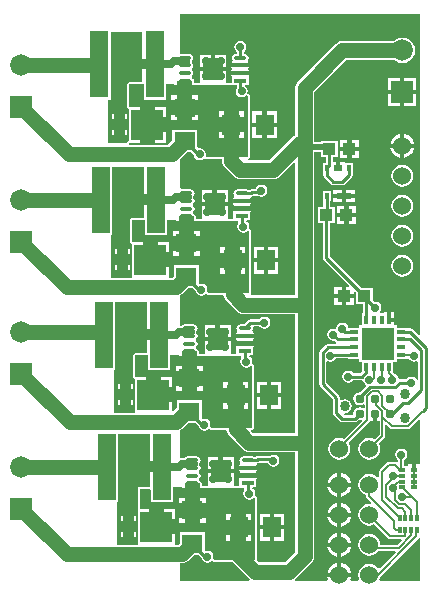
<source format=gtl>
G04 Layer_Physical_Order=1*
G04 Layer_Color=255*
%FSLAX25Y25*%
%MOIN*%
G70*
G01*
G75*
%ADD10C,0.03100*%
%ADD11R,0.04331X0.01378*%
%ADD12O,0.04331X0.01378*%
%ADD13R,0.06693X0.07480*%
%ADD14R,0.06300X0.07100*%
%ADD15R,0.04400X0.04000*%
%ADD16R,0.03000X0.05000*%
%ADD17R,0.10500X0.10000*%
%ADD18R,0.06299X0.22441*%
%ADD19R,0.07100X0.06300*%
%ADD20R,0.01575X0.01969*%
%ADD21R,0.01181X0.01969*%
%ADD22R,0.01969X0.01575*%
%ADD23R,0.01969X0.01181*%
%ADD24R,0.02953X0.01969*%
%ADD25R,0.05118X0.01969*%
%ADD26R,0.10630X0.10630*%
%ADD27R,0.01378X0.03150*%
%ADD28R,0.03150X0.01378*%
%ADD29C,0.00800*%
%ADD30C,0.01000*%
%ADD31C,0.00600*%
%ADD32C,0.02000*%
%ADD33C,0.05000*%
%ADD34C,0.01200*%
%ADD35C,0.02500*%
%ADD36C,0.03400*%
%ADD37C,0.07200*%
%ADD38R,0.07200X0.07200*%
%ADD39C,0.06000*%
%ADD40C,0.02800*%
G36*
X301000Y456000D02*
X301000Y348958D01*
X300538Y348767D01*
X298512Y350793D01*
X298148Y351036D01*
X297719Y351122D01*
X297719Y351121D01*
X296923D01*
Y351289D01*
X293189D01*
Y352378D01*
X292402D01*
Y353335D01*
X290713D01*
Y354035D01*
X290013D01*
Y356610D01*
X289024D01*
Y356210D01*
X287753D01*
X287544Y356710D01*
X287884Y357220D01*
X288039Y358000D01*
X287884Y358780D01*
X287442Y359442D01*
X286780Y359884D01*
X286000Y360039D01*
X285622Y359964D01*
X285146Y360440D01*
Y364600D01*
X281333D01*
X270775Y375157D01*
Y386400D01*
X272453D01*
Y391600D01*
X270972D01*
Y393691D01*
X271238D01*
Y396860D01*
X268463D01*
Y393691D01*
X268729D01*
Y391600D01*
X266853D01*
Y386400D01*
X268532D01*
Y374693D01*
X268532Y374693D01*
X268617Y374264D01*
X268861Y373900D01*
X277298Y365462D01*
X277107Y365000D01*
X276300D01*
Y362700D01*
X278800D01*
Y363118D01*
X279289Y363335D01*
X279546Y363130D01*
Y359400D01*
X281914D01*
Y356210D01*
X281747D01*
Y352378D01*
X280559D01*
Y351289D01*
X276982D01*
X276884Y351780D01*
X276442Y352442D01*
X275780Y352884D01*
X275000Y353039D01*
X274220Y352884D01*
X273558Y352442D01*
X273116Y351780D01*
X273022Y351307D01*
X272838Y350986D01*
X272479Y350944D01*
X272000Y351039D01*
X271220Y350884D01*
X270558Y350442D01*
X270116Y349780D01*
X269961Y349000D01*
X270116Y348220D01*
X270558Y347558D01*
X271220Y347116D01*
X272000Y346961D01*
X272378Y347036D01*
X272766Y346648D01*
X272766Y346648D01*
X272982Y346503D01*
X272831Y346003D01*
X270346D01*
X269917Y345918D01*
X269553Y345675D01*
X269553Y345675D01*
X267707Y343829D01*
X267464Y343465D01*
X267378Y343036D01*
X267378Y343036D01*
Y332470D01*
X267378Y332470D01*
X267464Y332040D01*
X267707Y331676D01*
X271848Y327535D01*
Y323030D01*
X271848Y323030D01*
X271933Y322601D01*
X272176Y322237D01*
X274207Y320207D01*
X274571Y319964D01*
X275000Y319878D01*
X275000Y319879D01*
X279170D01*
X279170Y319878D01*
X279599Y319964D01*
X279963Y320207D01*
X280314Y320558D01*
X280820Y320458D01*
X281490Y320591D01*
X281737Y320130D01*
X275770Y314164D01*
X274940Y314507D01*
X274000Y314631D01*
X273060Y314507D01*
X272184Y314145D01*
X271432Y313567D01*
X270855Y312815D01*
X270493Y311940D01*
X270369Y311000D01*
X270493Y310060D01*
X270855Y309185D01*
X271432Y308433D01*
X272184Y307855D01*
X273060Y307493D01*
X274000Y307369D01*
X274940Y307493D01*
X275816Y307855D01*
X276568Y308433D01*
X277145Y309185D01*
X277507Y310060D01*
X277631Y311000D01*
X277507Y311940D01*
X277145Y312815D01*
X277089Y312888D01*
X284018Y319817D01*
X284217Y320114D01*
X284391Y320208D01*
X284762Y320290D01*
X284824Y320248D01*
X285120Y320189D01*
Y322650D01*
X286520D01*
Y320189D01*
X286814Y320248D01*
X287011Y320379D01*
X287452Y320144D01*
Y315750D01*
X285833Y314131D01*
X285816Y314145D01*
X284940Y314507D01*
X284000Y314631D01*
X283060Y314507D01*
X282185Y314145D01*
X281433Y313567D01*
X280855Y312815D01*
X280493Y311940D01*
X280369Y311000D01*
X280493Y310060D01*
X280855Y309185D01*
X281433Y308433D01*
X282185Y307855D01*
X283060Y307493D01*
X284000Y307369D01*
X284940Y307493D01*
X285816Y307855D01*
X286567Y308433D01*
X287145Y309185D01*
X287507Y310060D01*
X287631Y311000D01*
X287507Y311940D01*
X287145Y312815D01*
X287131Y312833D01*
X289018Y314721D01*
X289217Y315018D01*
X289287Y315370D01*
Y318766D01*
X289749Y318958D01*
X290856Y317851D01*
X291154Y317652D01*
X291505Y317582D01*
X296917D01*
X297268Y317652D01*
X297566Y317851D01*
X300538Y320823D01*
X301000Y320632D01*
Y306281D01*
X300984Y305787D01*
X299700D01*
Y304000D01*
X298300D01*
Y305787D01*
X297016D01*
Y305705D01*
X296647Y305387D01*
X295713D01*
Y307276D01*
X296135Y307558D01*
X296577Y308220D01*
X296732Y309000D01*
X296577Y309780D01*
X296135Y310442D01*
X295474Y310884D01*
X294693Y311039D01*
X293913Y310884D01*
X293251Y310442D01*
X292809Y309780D01*
X292654Y309000D01*
X292809Y308220D01*
X293251Y307558D01*
X293617Y307314D01*
X293605Y306819D01*
X293174Y306589D01*
X293063Y306663D01*
X292673Y306741D01*
X290685D01*
X290295Y306663D01*
X289964Y306442D01*
X287479Y303958D01*
X287258Y303627D01*
X287180Y303237D01*
Y301590D01*
X286680Y301420D01*
X286567Y301568D01*
X285816Y302145D01*
X284940Y302507D01*
X284000Y302631D01*
X283060Y302507D01*
X282185Y302145D01*
X281433Y301568D01*
X280855Y300816D01*
X280493Y299940D01*
X280369Y299000D01*
X280493Y298060D01*
X280855Y297184D01*
X281433Y296432D01*
X282185Y295855D01*
X282980Y295526D01*
Y295192D01*
X283058Y294801D01*
X283279Y294471D01*
X284707Y293042D01*
X284474Y292569D01*
X284000Y292631D01*
X283060Y292507D01*
X282185Y292145D01*
X281433Y291567D01*
X280855Y290815D01*
X280493Y289940D01*
X280369Y289000D01*
X280493Y288060D01*
X280855Y287185D01*
X281433Y286433D01*
X282185Y285855D01*
X283060Y285493D01*
X284000Y285369D01*
X284940Y285493D01*
X285736Y285822D01*
X290263Y281295D01*
X290594Y281074D01*
X290984Y280996D01*
X294747D01*
X294938Y280534D01*
X293424Y279020D01*
X287629D01*
X287507Y279940D01*
X287145Y280816D01*
X286567Y281568D01*
X285816Y282145D01*
X284940Y282507D01*
X284000Y282631D01*
X283060Y282507D01*
X282185Y282145D01*
X281433Y281568D01*
X280855Y280816D01*
X280493Y279940D01*
X280369Y279000D01*
X280493Y278060D01*
X280855Y277185D01*
X281433Y276432D01*
X282185Y275855D01*
X283060Y275493D01*
X284000Y275369D01*
X284940Y275493D01*
X285816Y275855D01*
X286567Y276432D01*
X286988Y276980D01*
X292711D01*
X292902Y276519D01*
X287525Y271141D01*
X286861Y271184D01*
X286567Y271568D01*
X285816Y272145D01*
X284940Y272507D01*
X284000Y272631D01*
X283060Y272507D01*
X282185Y272145D01*
X281433Y271568D01*
X280855Y270815D01*
X280493Y269940D01*
X280369Y269000D01*
X280493Y268060D01*
X280725Y267500D01*
X280391Y267000D01*
X277951D01*
X277673Y267416D01*
X277897Y267956D01*
X277942Y268300D01*
X274000D01*
X270058D01*
X270103Y267956D01*
X270327Y267416D01*
X270049Y267000D01*
X259368Y267000D01*
X259198Y267500D01*
X259575Y267789D01*
X264711Y272925D01*
X264711Y272925D01*
X265208Y273573D01*
X265520Y274327D01*
X265627Y275136D01*
X265627Y275136D01*
Y313000D01*
Y359000D01*
Y409869D01*
X267853D01*
Y408400D01*
X269532D01*
Y406309D01*
X268463D01*
Y403140D01*
X268729D01*
Y402150D01*
X268729Y402150D01*
X268814Y401720D01*
X269057Y401357D01*
X271207Y399207D01*
X271207Y399207D01*
X271571Y398964D01*
X272000Y398878D01*
X272000Y398879D01*
X275000D01*
X275000Y398878D01*
X275429Y398964D01*
X275793Y399207D01*
X278124Y401538D01*
X278124Y401538D01*
X278367Y401901D01*
X278452Y402331D01*
X278452Y402331D01*
Y403140D01*
X278718D01*
Y406309D01*
X276067D01*
Y406709D01*
X274291D01*
Y404724D01*
X272891D01*
Y406709D01*
X271775D01*
Y408400D01*
X273453D01*
Y413600D01*
X267853D01*
Y413131D01*
X265627D01*
Y430005D01*
X276295Y440673D01*
X292176D01*
X292882Y440131D01*
X293904Y439708D01*
X295000Y439564D01*
X296096Y439708D01*
X297118Y440131D01*
X297995Y440804D01*
X298669Y441682D01*
X299092Y442704D01*
X299236Y443800D01*
X299092Y444896D01*
X298669Y445918D01*
X297995Y446796D01*
X297118Y447469D01*
X296096Y447892D01*
X295000Y448036D01*
X293904Y447892D01*
X292882Y447469D01*
X292176Y446927D01*
X275000D01*
X275000Y446927D01*
X274595Y446874D01*
X274191Y446820D01*
X273437Y446508D01*
X272789Y446011D01*
X260289Y433511D01*
X259792Y432863D01*
X259480Y432109D01*
X259373Y431300D01*
X259373Y431300D01*
Y415659D01*
X258789Y415211D01*
X258789Y415211D01*
X250705Y407127D01*
X243824D01*
X243724Y407627D01*
X243971Y407729D01*
X244161Y408188D01*
Y428682D01*
X244100Y428829D01*
X244085Y428988D01*
X244009Y429050D01*
X243971Y429141D01*
X243826Y429201D01*
X243823Y429202D01*
X243700Y429303D01*
X243466Y429374D01*
X243396Y429408D01*
X243551Y430188D01*
X243396Y430969D01*
X242954Y431630D01*
X242533Y431911D01*
X242685Y432411D01*
X243777D01*
Y434989D01*
X243777Y434989D01*
X243777D01*
X243959Y435421D01*
X244052Y435559D01*
X241012D01*
X237972D01*
X238060Y435427D01*
X238246Y434989D01*
X238246Y434989D01*
X238246Y434989D01*
Y432838D01*
X236779D01*
X236303Y432897D01*
X236303Y433338D01*
Y436937D01*
X231957D01*
Y437637D01*
D01*
Y436937D01*
X227610D01*
Y433338D01*
X227610Y432897D01*
X227135Y432838D01*
X225657D01*
Y433700D01*
X225467Y434159D01*
X225136Y434296D01*
X224914Y434629D01*
X224839Y434679D01*
Y435280D01*
X224914Y435330D01*
X225198Y435756D01*
X225299Y436259D01*
X225198Y436762D01*
X224914Y437188D01*
X224839Y437238D01*
Y437839D01*
X224914Y437889D01*
X225198Y438315D01*
X225299Y438818D01*
X225198Y439321D01*
X224914Y439747D01*
X224822Y439808D01*
X224898Y440188D01*
X224854Y440408D01*
X224914Y440448D01*
X225198Y440874D01*
X225299Y441377D01*
X225198Y441880D01*
X224914Y442307D01*
X224487Y442591D01*
X223984Y442691D01*
X221031D01*
X221000Y442717D01*
Y456000D01*
X301000Y456000D01*
D02*
G37*
G36*
X225008Y432188D02*
X239890D01*
Y431361D01*
X239628Y430969D01*
X239473Y430188D01*
X239628Y429408D01*
X240070Y428746D01*
X240731Y428304D01*
X241512Y428149D01*
X242292Y428304D01*
X242954Y428746D01*
X243012Y428833D01*
X243512Y428682D01*
Y408188D01*
X229805D01*
X229451Y408688D01*
X229551Y409188D01*
X229396Y409969D01*
X228954Y410630D01*
X228292Y411072D01*
X227512Y411227D01*
X227162Y411158D01*
X226662Y411568D01*
Y417338D01*
X218362D01*
Y413860D01*
X216817Y412315D01*
X204000D01*
Y413000D01*
X207500D01*
Y419000D01*
Y425000D01*
X204000D01*
Y432477D01*
X208762D01*
Y427380D01*
X216261D01*
Y432477D01*
X218735D01*
X219512Y432188D01*
X220008D01*
Y433700D01*
X225008D01*
Y432188D01*
D02*
G37*
G36*
X208362Y450000D02*
Y440950D01*
X212512D01*
Y437450D01*
X208362D01*
Y433126D01*
X204000D01*
X203541Y432936D01*
X203351Y432477D01*
Y425000D01*
X203541Y424541D01*
X204000Y424351D01*
Y413649D01*
X203541Y413459D01*
X203351Y413000D01*
X197000D01*
Y427380D01*
X197757D01*
Y450000D01*
X208362Y450000D01*
D02*
G37*
G36*
X225509Y409005D02*
X225628Y408408D01*
X226070Y407746D01*
X226731Y407304D01*
X227512Y407149D01*
X228292Y407304D01*
X228861Y407685D01*
X229345Y407729D01*
X229528Y407654D01*
X229694Y407548D01*
X229751Y407561D01*
X229805Y407539D01*
X234873D01*
Y407000D01*
X234873Y407000D01*
X234980Y406191D01*
X235292Y405437D01*
X235789Y404789D01*
X238789Y401789D01*
X239437Y401292D01*
X240191Y400980D01*
X241000Y400873D01*
X252000D01*
X252000Y400873D01*
X252809Y400980D01*
X253563Y401292D01*
X254211Y401789D01*
X258911Y406489D01*
X259373Y406298D01*
Y362127D01*
X244699D01*
X244495Y362627D01*
X244649Y363000D01*
Y366803D01*
X244624Y366864D01*
X244637Y366930D01*
X244623Y367000D01*
X244637Y367070D01*
X244624Y367136D01*
X244649Y367197D01*
Y380803D01*
X244624Y380865D01*
X244637Y380930D01*
X244623Y381000D01*
X244637Y381070D01*
X244624Y381136D01*
X244649Y381197D01*
Y383493D01*
X244588Y383641D01*
X244573Y383799D01*
X244497Y383862D01*
X244459Y383952D01*
X244314Y384013D01*
X244311Y384014D01*
X244188Y384115D01*
X243954Y384186D01*
X243884Y384220D01*
X244039Y385000D01*
X243884Y385780D01*
X243442Y386442D01*
X243021Y386723D01*
X243173Y387223D01*
X244265D01*
Y389801D01*
X244265Y389801D01*
X244265D01*
X244448Y390233D01*
X244540Y390371D01*
X241500D01*
X238460D01*
X238549Y390238D01*
X238735Y389801D01*
X238735Y389801D01*
X238735Y389801D01*
Y387649D01*
X237267D01*
X236791Y387709D01*
X236791Y388149D01*
Y391749D01*
X232445D01*
X228098D01*
Y388149D01*
X228098Y387709D01*
X227623Y387649D01*
X226146D01*
Y388512D01*
X225955Y388971D01*
X225624Y389108D01*
X225402Y389441D01*
X225328Y389491D01*
Y390092D01*
X225402Y390142D01*
X225687Y390568D01*
X225787Y391071D01*
X225687Y391574D01*
X225402Y392000D01*
X225328Y392050D01*
Y392651D01*
X225402Y392701D01*
X225687Y393127D01*
X225787Y393630D01*
X225687Y394133D01*
X225402Y394559D01*
X225311Y394620D01*
X225386Y395000D01*
X225342Y395220D01*
X225402Y395260D01*
X225687Y395686D01*
X225787Y396189D01*
X225687Y396692D01*
X225402Y397118D01*
X224975Y397403D01*
X224472Y397503D01*
X221520D01*
X221500Y397499D01*
X221000Y397910D01*
Y407654D01*
X223184Y409838D01*
X224676D01*
X225509Y409005D01*
D02*
G37*
G36*
X225496Y387000D02*
X240378D01*
Y386173D01*
X240116Y385780D01*
X239961Y385000D01*
X240116Y384220D01*
X240558Y383558D01*
X241220Y383116D01*
X242000Y382961D01*
X242780Y383116D01*
X243442Y383558D01*
X243500Y383645D01*
X244000Y383493D01*
Y381197D01*
X243961Y381000D01*
X244000Y380803D01*
Y367197D01*
X243961Y367000D01*
X244000Y366803D01*
Y363000D01*
X230293D01*
X229940Y363500D01*
X230039Y364000D01*
X229884Y364780D01*
X229442Y365442D01*
X228780Y365884D01*
X228000Y366039D01*
X227650Y365970D01*
X227150Y366380D01*
Y372150D01*
X218850D01*
Y368672D01*
X218217Y368039D01*
X217250D01*
Y371500D01*
X211000D01*
Y374000D01*
X208500D01*
Y380000D01*
X205000D01*
Y387288D01*
X209250D01*
Y382191D01*
X216750D01*
Y387288D01*
X219223D01*
X220000Y387000D01*
X220496D01*
Y388512D01*
X225496D01*
Y387000D01*
D02*
G37*
G36*
X208850Y405000D02*
Y395762D01*
X213000D01*
Y392262D01*
X208850D01*
Y387938D01*
X205000D01*
X204541Y387748D01*
X204351Y387288D01*
Y380000D01*
X204541Y379541D01*
X205000Y379351D01*
Y368039D01*
X198000D01*
Y382191D01*
X198246D01*
Y405000D01*
X208850Y405000D01*
D02*
G37*
G36*
X225997Y363817D02*
X226116Y363220D01*
X226558Y362558D01*
X227220Y362116D01*
X228000Y361961D01*
X228780Y362116D01*
X229349Y362496D01*
X229834Y362541D01*
X230016Y362465D01*
X230183Y362360D01*
X230239Y362373D01*
X230293Y362351D01*
X235383D01*
X235468Y361703D01*
X235780Y360948D01*
X236277Y360301D01*
X239789Y356789D01*
X240437Y356292D01*
X241191Y355980D01*
X242000Y355873D01*
X242000Y355873D01*
X259373D01*
Y316127D01*
X245295D01*
X244533Y316889D01*
X244725Y317351D01*
X245000D01*
X245459Y317541D01*
X245649Y318000D01*
Y321803D01*
X245624Y321865D01*
X245637Y321930D01*
X245623Y322000D01*
X245637Y322070D01*
X245624Y322135D01*
X245649Y322197D01*
Y334803D01*
X245624Y334864D01*
X245637Y334930D01*
X245623Y335000D01*
X245637Y335070D01*
X245624Y335136D01*
X245649Y335197D01*
Y338493D01*
X245588Y338641D01*
X245573Y338799D01*
X245497Y338862D01*
X245459Y338952D01*
X245314Y339013D01*
X245311Y339014D01*
X245188Y339115D01*
X244954Y339186D01*
X244884Y339220D01*
X245039Y340000D01*
X244884Y340780D01*
X244442Y341442D01*
X244022Y341723D01*
X244173Y342223D01*
X245265D01*
Y344801D01*
X245265Y344801D01*
X245265D01*
X245448Y345233D01*
X245540Y345371D01*
X242500D01*
X239460D01*
X239549Y345238D01*
X239735Y344801D01*
X239735Y344801D01*
X239735Y344801D01*
Y342649D01*
X238267D01*
X237791Y342709D01*
X237791Y343149D01*
Y346749D01*
X233445D01*
X229098D01*
Y343149D01*
X229098Y342709D01*
X228623Y342649D01*
X227146D01*
Y343512D01*
X226955Y343971D01*
X226624Y344108D01*
X226402Y344441D01*
X226328Y344491D01*
Y345092D01*
X226402Y345142D01*
X226687Y345568D01*
X226787Y346071D01*
X226687Y346574D01*
X226402Y347000D01*
X226328Y347050D01*
Y347651D01*
X226402Y347701D01*
X226687Y348127D01*
X226787Y348630D01*
X226687Y349133D01*
X226402Y349559D01*
X226311Y349620D01*
X226386Y350000D01*
X226343Y350220D01*
X226402Y350260D01*
X226687Y350686D01*
X226787Y351189D01*
X226687Y351692D01*
X226402Y352118D01*
X225975Y352403D01*
X225472Y352503D01*
X222520D01*
X222017Y352403D01*
X221590Y352118D01*
X221500Y351983D01*
X221000Y352065D01*
Y362173D01*
X221075Y362204D01*
X221723Y362701D01*
X223672Y364650D01*
X225164D01*
X225997Y363817D01*
D02*
G37*
G36*
X226496Y342000D02*
X241378D01*
Y341173D01*
X241116Y340780D01*
X240961Y340000D01*
X241116Y339220D01*
X241558Y338558D01*
X242220Y338116D01*
X243000Y337961D01*
X243780Y338116D01*
X244442Y338558D01*
X244500Y338645D01*
X245000Y338493D01*
Y335197D01*
X244961Y335000D01*
X245000Y334803D01*
Y322197D01*
X244961Y322000D01*
X245000Y321803D01*
Y318000D01*
X231293D01*
X230940Y318500D01*
X231039Y319000D01*
X230884Y319780D01*
X230442Y320442D01*
X229780Y320884D01*
X229000Y321039D01*
X228650Y320970D01*
X228150Y321380D01*
Y327150D01*
X219850D01*
Y324695D01*
X218712Y323557D01*
X218250Y323748D01*
Y326500D01*
X212000D01*
Y329000D01*
X209500D01*
Y335000D01*
X206000D01*
Y342288D01*
X210250D01*
Y337191D01*
X217750D01*
Y342288D01*
X220223D01*
X221000Y342000D01*
X221496D01*
Y343512D01*
X226496D01*
Y342000D01*
D02*
G37*
G36*
X276825Y341034D02*
X280559D01*
Y339748D01*
X281747D01*
Y336868D01*
X281000Y336122D01*
X278656D01*
X278442Y336442D01*
X277780Y336884D01*
X277000Y337039D01*
X276220Y336884D01*
X275558Y336442D01*
X275116Y335780D01*
X274961Y335000D01*
X275116Y334220D01*
X275558Y333558D01*
X276220Y333116D01*
X277000Y332961D01*
X277780Y333116D01*
X278442Y333558D01*
X278656Y333878D01*
X281464D01*
X281465Y333878D01*
X281475Y333880D01*
X282057Y333517D01*
X282116Y333220D01*
X282558Y332558D01*
X282817Y332385D01*
X282880Y331741D01*
X280954Y329815D01*
X280820Y329842D01*
X279981Y329675D01*
X279269Y329200D01*
X278794Y328489D01*
X278627Y327650D01*
X278794Y326811D01*
X279269Y326100D01*
X279981Y325625D01*
X280820Y325458D01*
X281658Y325625D01*
X281952Y325821D01*
X282452Y325554D01*
Y324746D01*
X281952Y324479D01*
X281658Y324675D01*
X280820Y324842D01*
X279981Y324675D01*
X279269Y324200D01*
X278794Y323489D01*
X278627Y322650D01*
X278633Y322622D01*
X278223Y322122D01*
X275658D01*
X275525Y322303D01*
X275814Y322755D01*
X275819Y322754D01*
X276736Y322936D01*
X277514Y323456D01*
X278033Y324233D01*
X278216Y325150D01*
X278033Y326067D01*
X277514Y326844D01*
X276736Y327364D01*
X275819Y327546D01*
X274903Y327364D01*
X274591Y327155D01*
X274091Y327423D01*
Y328000D01*
X274091Y328000D01*
X274006Y328429D01*
X273763Y328793D01*
X273762Y328793D01*
X269621Y332934D01*
Y339985D01*
X270062Y340221D01*
X270220Y340116D01*
X271000Y339961D01*
X271780Y340116D01*
X272442Y340558D01*
X272872Y341201D01*
X276825D01*
Y341034D01*
D02*
G37*
G36*
X296923D02*
X297306Y340753D01*
X297437Y340558D01*
X298098Y340116D01*
X298879Y339961D01*
X299659Y340116D01*
X299816Y340221D01*
X300257Y339985D01*
Y334122D01*
X299757Y333970D01*
X299442Y334442D01*
X298780Y334884D01*
X298605Y334919D01*
X298429Y335036D01*
X298000Y335121D01*
X297571Y335036D01*
X297395Y334919D01*
X297220Y334884D01*
X296558Y334442D01*
X296344Y334121D01*
X294205D01*
X294205Y334122D01*
X294195Y334120D01*
X293613Y334483D01*
X293553Y334780D01*
X293111Y335442D01*
X292545Y335821D01*
X292390Y336052D01*
X292002Y336440D01*
Y339748D01*
X293189D01*
Y341034D01*
X296923D01*
D02*
G37*
G36*
X209850Y360000D02*
Y350762D01*
X214000D01*
Y347262D01*
X209850D01*
Y342938D01*
X206000D01*
X205541Y342747D01*
X205351Y342288D01*
Y335000D01*
X205541Y334541D01*
X206000Y334351D01*
Y323039D01*
X199000D01*
Y337191D01*
X199246D01*
Y360000D01*
X209850Y360000D01*
D02*
G37*
G36*
X226997Y318817D02*
X227116Y318220D01*
X227558Y317558D01*
X228220Y317116D01*
X229000Y316961D01*
X229780Y317116D01*
X230349Y317496D01*
X230834Y317541D01*
X231016Y317465D01*
X231183Y317360D01*
X231239Y317373D01*
X231293Y317351D01*
X236383D01*
X236468Y316703D01*
X236780Y315948D01*
X237277Y315301D01*
X241789Y310789D01*
X241789Y310789D01*
X242437Y310292D01*
X243191Y309980D01*
X244000Y309873D01*
X259373D01*
Y276431D01*
X256069Y273127D01*
X247295D01*
X246583Y273839D01*
X246649Y274000D01*
Y277803D01*
X246624Y277865D01*
X246637Y277930D01*
X246623Y278000D01*
X246637Y278070D01*
X246624Y278135D01*
X246649Y278197D01*
Y291803D01*
X246624Y291864D01*
X246637Y291930D01*
X246623Y292000D01*
X246637Y292070D01*
X246624Y292136D01*
X246649Y292197D01*
Y294493D01*
X246588Y294641D01*
X246573Y294799D01*
X246497Y294862D01*
X246459Y294953D01*
X246314Y295013D01*
X246311Y295014D01*
X246188Y295115D01*
X245954Y295186D01*
X245884Y295220D01*
X246039Y296000D01*
X245884Y296780D01*
X245442Y297442D01*
X245022Y297723D01*
X245173Y298223D01*
X246265D01*
Y300801D01*
X246265Y300801D01*
X246265D01*
X246448Y301233D01*
X246540Y301371D01*
X243500D01*
X240460D01*
X240549Y301238D01*
X240735Y300801D01*
X240735Y300801D01*
X240735Y300801D01*
Y298649D01*
X239267D01*
X238791Y298709D01*
X238791Y299149D01*
Y302749D01*
X234445D01*
X230098D01*
Y299149D01*
X230098Y298709D01*
X229623Y298649D01*
X228146D01*
Y299512D01*
X227955Y299971D01*
X227624Y300108D01*
X227402Y300441D01*
X227328Y300491D01*
Y301092D01*
X227402Y301142D01*
X227687Y301568D01*
X227787Y302071D01*
X227687Y302574D01*
X227402Y303000D01*
X227328Y303050D01*
Y303651D01*
X227402Y303701D01*
X227687Y304127D01*
X227787Y304630D01*
X227687Y305133D01*
X227402Y305559D01*
X227311Y305620D01*
X227386Y306000D01*
X227343Y306220D01*
X227402Y306260D01*
X227687Y306686D01*
X227787Y307189D01*
X227687Y307692D01*
X227402Y308118D01*
X226975Y308403D01*
X226472Y308503D01*
X223520D01*
X223017Y308403D01*
X222590Y308118D01*
X222435Y307886D01*
X221500D01*
X221387Y307864D01*
X221000Y308181D01*
Y317182D01*
X221052Y317204D01*
X221700Y317701D01*
X223649Y319650D01*
X226164D01*
X226997Y318817D01*
D02*
G37*
G36*
X210850Y316000D02*
Y306762D01*
X215000D01*
Y303262D01*
X210850D01*
Y298288D01*
X207000D01*
Y279039D01*
X200000D01*
Y293191D01*
X200246D01*
Y316000D01*
X210850Y316000D01*
D02*
G37*
G36*
X227496Y298000D02*
X242378D01*
Y297173D01*
X242116Y296780D01*
X241961Y296000D01*
X242116Y295220D01*
X242558Y294558D01*
X243220Y294116D01*
X244000Y293961D01*
X244780Y294116D01*
X245442Y294558D01*
X245500Y294645D01*
X246000Y294493D01*
Y292197D01*
X245961Y292000D01*
X246000Y291803D01*
Y278197D01*
X245961Y278000D01*
X246000Y277803D01*
Y274000D01*
X232293D01*
X231940Y274500D01*
X232039Y275000D01*
X231884Y275780D01*
X231442Y276442D01*
X230780Y276884D01*
X230000Y277039D01*
X229650Y276970D01*
X229150Y277380D01*
Y283150D01*
X220850D01*
Y279672D01*
X220217Y279039D01*
X219250D01*
Y282500D01*
X213000D01*
Y285000D01*
X210500D01*
Y291000D01*
X207649D01*
Y297639D01*
X210850D01*
X211250Y297372D01*
Y293191D01*
X218750D01*
Y298288D01*
X221223D01*
X222000Y298000D01*
X222496D01*
Y299512D01*
X227496D01*
Y298000D01*
D02*
G37*
G36*
X227997Y274817D02*
X228116Y274220D01*
X228558Y273558D01*
X229220Y273116D01*
X230000Y272961D01*
X230780Y273116D01*
X231349Y273496D01*
X231834Y273541D01*
X232016Y273465D01*
X232183Y273360D01*
X232239Y273373D01*
X232293Y273351D01*
X238228D01*
X243789Y267789D01*
X244166Y267500D01*
X243996Y267000D01*
X221000D01*
Y272785D01*
X221512D01*
X221512Y272785D01*
X221916Y272838D01*
X222321Y272892D01*
X223075Y273204D01*
X223723Y273701D01*
X225672Y275650D01*
X227164D01*
X227997Y274817D01*
D02*
G37*
G36*
X300988Y281232D02*
X301000Y281227D01*
Y267000D01*
X300344D01*
X300000Y267034D01*
X299656Y267000D01*
X287609D01*
X287275Y267500D01*
X287507Y268060D01*
X287534Y268267D01*
X300343Y281075D01*
X300500Y281310D01*
X300988Y281232D01*
D02*
G37*
%LPC*%
G36*
X241000Y446918D02*
X240220Y446762D01*
X239558Y446320D01*
X239116Y445659D01*
X238961Y444878D01*
X239116Y444098D01*
X239558Y443436D01*
X239890Y443215D01*
Y442691D01*
X239535D01*
X239033Y442591D01*
X238606Y442307D01*
X238321Y441880D01*
X238221Y441377D01*
X238321Y440874D01*
X238430Y440712D01*
X238355Y440060D01*
X238318Y440036D01*
X237972Y439518D01*
X241012D01*
X244052D01*
X243706Y440036D01*
X243669Y440060D01*
X243594Y440712D01*
X243702Y440874D01*
X243802Y441377D01*
X243702Y441880D01*
X243418Y442307D01*
X242991Y442591D01*
X242488Y442691D01*
X242133D01*
Y443230D01*
X242442Y443436D01*
X242884Y444098D01*
X243039Y444878D01*
X242884Y445659D01*
X242442Y446320D01*
X241780Y446762D01*
X241000Y446918D01*
D02*
G37*
G36*
X236303Y442377D02*
X232657D01*
Y438337D01*
X236303D01*
Y442377D01*
D02*
G37*
G36*
X231257D02*
X227610D01*
Y438337D01*
X231257D01*
Y442377D01*
D02*
G37*
G36*
X244052Y438118D02*
X241012D01*
X237972D01*
X238318Y437601D01*
Y437477D01*
X237972Y436959D01*
X241012D01*
X244052D01*
X243706Y437477D01*
Y437601D01*
X244052Y438118D01*
D02*
G37*
G36*
X299600Y434600D02*
X295700D01*
Y430700D01*
X299600D01*
Y434600D01*
D02*
G37*
G36*
X294300D02*
X290400D01*
Y430700D01*
X294300D01*
Y434600D01*
D02*
G37*
G36*
X299600Y429300D02*
X295700D01*
Y425400D01*
X299600D01*
Y429300D01*
D02*
G37*
G36*
X294300D02*
X290400D01*
Y425400D01*
X294300D01*
Y429300D01*
D02*
G37*
G36*
X253262Y423550D02*
X249812D01*
Y419700D01*
X253262D01*
Y423550D01*
D02*
G37*
G36*
X248412D02*
X244962D01*
Y419700D01*
X248412D01*
Y423550D01*
D02*
G37*
G36*
X253262Y418300D02*
X249812D01*
Y414450D01*
X253262D01*
Y418300D01*
D02*
G37*
G36*
X248412D02*
X244962D01*
Y414450D01*
X248412D01*
Y418300D01*
D02*
G37*
G36*
X295700Y415942D02*
Y412700D01*
X298942D01*
X298897Y413044D01*
X298494Y414017D01*
X297853Y414853D01*
X297017Y415494D01*
X296044Y415897D01*
X295700Y415942D01*
D02*
G37*
G36*
X294300D02*
X293956Y415897D01*
X292983Y415494D01*
X292147Y414853D01*
X291506Y414017D01*
X291103Y413044D01*
X291058Y412700D01*
X294300D01*
Y415942D01*
D02*
G37*
G36*
X280600Y414000D02*
X278100D01*
Y411700D01*
X280600D01*
Y414000D01*
D02*
G37*
G36*
X276700D02*
X274200D01*
Y411700D01*
X276700D01*
Y414000D01*
D02*
G37*
G36*
X298942Y411300D02*
X295700D01*
Y408058D01*
X296044Y408103D01*
X297017Y408506D01*
X297853Y409147D01*
X298494Y409983D01*
X298897Y410956D01*
X298942Y411300D01*
D02*
G37*
G36*
X294300D02*
X291058D01*
X291103Y410956D01*
X291506Y409983D01*
X292147Y409147D01*
X292983Y408506D01*
X293956Y408103D01*
X294300Y408058D01*
Y411300D01*
D02*
G37*
G36*
X280600Y410300D02*
X278100D01*
Y408000D01*
X280600D01*
Y410300D01*
D02*
G37*
G36*
X276700D02*
X274200D01*
Y408000D01*
X276700D01*
Y410300D01*
D02*
G37*
G36*
X295000Y405631D02*
X294060Y405507D01*
X293184Y405145D01*
X292432Y404567D01*
X291855Y403816D01*
X291493Y402940D01*
X291369Y402000D01*
X291493Y401060D01*
X291855Y400184D01*
X292432Y399432D01*
X293184Y398855D01*
X294060Y398493D01*
X295000Y398369D01*
X295940Y398493D01*
X296815Y398855D01*
X297568Y399432D01*
X298145Y400184D01*
X298507Y401060D01*
X298631Y402000D01*
X298507Y402940D01*
X298145Y403816D01*
X297568Y404567D01*
X296815Y405145D01*
X295940Y405507D01*
X295000Y405631D01*
D02*
G37*
G36*
X279118Y397260D02*
X276259D01*
Y395976D01*
X279118D01*
Y397260D01*
D02*
G37*
G36*
X274859D02*
X272000D01*
Y395976D01*
X274859D01*
Y397260D01*
D02*
G37*
G36*
X279118Y394576D02*
X276259D01*
Y393291D01*
X279118D01*
Y394576D01*
D02*
G37*
G36*
X274859D02*
X272000D01*
Y393291D01*
X274859D01*
Y394576D01*
D02*
G37*
G36*
X279600Y392000D02*
X277100D01*
Y389700D01*
X279600D01*
Y392000D01*
D02*
G37*
G36*
X275700D02*
X273200D01*
Y389700D01*
X275700D01*
Y392000D01*
D02*
G37*
G36*
X295000Y395631D02*
X294060Y395507D01*
X293184Y395145D01*
X292432Y394567D01*
X291855Y393815D01*
X291493Y392940D01*
X291369Y392000D01*
X291493Y391060D01*
X291855Y390184D01*
X292432Y389433D01*
X293184Y388855D01*
X294060Y388493D01*
X295000Y388369D01*
X295940Y388493D01*
X296815Y388855D01*
X297568Y389433D01*
X298145Y390184D01*
X298507Y391060D01*
X298631Y392000D01*
X298507Y392940D01*
X298145Y393815D01*
X297568Y394567D01*
X296815Y395145D01*
X295940Y395507D01*
X295000Y395631D01*
D02*
G37*
G36*
X279600Y388300D02*
X277100D01*
Y386000D01*
X279600D01*
Y388300D01*
D02*
G37*
G36*
X275700D02*
X273200D01*
Y386000D01*
X275700D01*
Y388300D01*
D02*
G37*
G36*
X295000Y385631D02*
X294060Y385507D01*
X293184Y385145D01*
X292432Y384567D01*
X291855Y383816D01*
X291493Y382940D01*
X291369Y382000D01*
X291493Y381060D01*
X291855Y380185D01*
X292432Y379433D01*
X293184Y378855D01*
X294060Y378493D01*
X295000Y378369D01*
X295940Y378493D01*
X296815Y378855D01*
X297568Y379433D01*
X298145Y380185D01*
X298507Y381060D01*
X298631Y382000D01*
X298507Y382940D01*
X298145Y383816D01*
X297568Y384567D01*
X296815Y385145D01*
X295940Y385507D01*
X295000Y385631D01*
D02*
G37*
G36*
Y375631D02*
X294060Y375507D01*
X293184Y375145D01*
X292432Y374568D01*
X291855Y373815D01*
X291493Y372940D01*
X291369Y372000D01*
X291493Y371060D01*
X291855Y370184D01*
X292432Y369432D01*
X293184Y368855D01*
X294060Y368493D01*
X295000Y368369D01*
X295940Y368493D01*
X296815Y368855D01*
X297568Y369432D01*
X298145Y370184D01*
X298507Y371060D01*
X298631Y372000D01*
X298507Y372940D01*
X298145Y373815D01*
X297568Y374568D01*
X296815Y375145D01*
X295940Y375507D01*
X295000Y375631D01*
D02*
G37*
G36*
X274900Y365000D02*
X272400D01*
Y362700D01*
X274900D01*
Y365000D01*
D02*
G37*
G36*
X278800Y361300D02*
X276300D01*
Y359000D01*
X278800D01*
Y361300D01*
D02*
G37*
G36*
X274900D02*
X272400D01*
Y359000D01*
X274900D01*
Y361300D01*
D02*
G37*
G36*
X292402Y356610D02*
X291413D01*
Y354735D01*
X292402D01*
Y356610D01*
D02*
G37*
G36*
X274700Y302942D02*
Y299700D01*
X277942D01*
X277897Y300044D01*
X277494Y301017D01*
X276853Y301853D01*
X276017Y302494D01*
X275044Y302897D01*
X274700Y302942D01*
D02*
G37*
G36*
X273300D02*
X272956Y302897D01*
X271983Y302494D01*
X271147Y301853D01*
X270506Y301017D01*
X270103Y300044D01*
X270058Y299700D01*
X273300D01*
Y302942D01*
D02*
G37*
G36*
X277942Y298300D02*
X274700D01*
Y295058D01*
X275044Y295103D01*
X276017Y295506D01*
X276853Y296147D01*
X277494Y296983D01*
X277897Y297956D01*
X277942Y298300D01*
D02*
G37*
G36*
X273300D02*
X270058D01*
X270103Y297956D01*
X270506Y296983D01*
X271147Y296147D01*
X271983Y295506D01*
X272956Y295103D01*
X273300Y295058D01*
Y298300D01*
D02*
G37*
G36*
X274700Y292942D02*
Y289700D01*
X277942D01*
X277897Y290044D01*
X277494Y291017D01*
X276853Y291853D01*
X276017Y292494D01*
X275044Y292897D01*
X274700Y292942D01*
D02*
G37*
G36*
X273300D02*
X272956Y292897D01*
X271983Y292494D01*
X271147Y291853D01*
X270506Y291017D01*
X270103Y290044D01*
X270058Y289700D01*
X273300D01*
Y292942D01*
D02*
G37*
G36*
X277942Y288300D02*
X274700D01*
Y285058D01*
X275044Y285103D01*
X276017Y285506D01*
X276853Y286147D01*
X277494Y286983D01*
X277897Y287956D01*
X277942Y288300D01*
D02*
G37*
G36*
X273300D02*
X270058D01*
X270103Y287956D01*
X270506Y286983D01*
X271147Y286147D01*
X271983Y285506D01*
X272956Y285103D01*
X273300Y285058D01*
Y288300D01*
D02*
G37*
G36*
X274700Y282942D02*
Y279700D01*
X277942D01*
X277897Y280044D01*
X277494Y281017D01*
X276853Y281853D01*
X276017Y282494D01*
X275044Y282897D01*
X274700Y282942D01*
D02*
G37*
G36*
X273300D02*
X272956Y282897D01*
X271983Y282494D01*
X271147Y281853D01*
X270506Y281017D01*
X270103Y280044D01*
X270058Y279700D01*
X273300D01*
Y282942D01*
D02*
G37*
G36*
X277942Y278300D02*
X274700D01*
Y275058D01*
X275044Y275103D01*
X276017Y275506D01*
X276853Y276147D01*
X277494Y276983D01*
X277897Y277956D01*
X277942Y278300D01*
D02*
G37*
G36*
X273300D02*
X270058D01*
X270103Y277956D01*
X270506Y276983D01*
X271147Y276147D01*
X271983Y275506D01*
X272956Y275103D01*
X273300Y275058D01*
Y278300D01*
D02*
G37*
G36*
X274700Y272942D02*
Y269700D01*
X277942D01*
X277897Y270044D01*
X277494Y271017D01*
X276853Y271853D01*
X276017Y272494D01*
X275044Y272897D01*
X274700Y272942D01*
D02*
G37*
G36*
X273300D02*
X272956Y272897D01*
X271983Y272494D01*
X271147Y271853D01*
X270506Y271017D01*
X270103Y270044D01*
X270058Y269700D01*
X273300D01*
Y272942D01*
D02*
G37*
G36*
X227062Y428850D02*
X225012D01*
Y427200D01*
X227062D01*
Y428850D01*
D02*
G37*
G36*
X220012D02*
X217962D01*
Y427200D01*
X220012D01*
Y428850D01*
D02*
G37*
G36*
X216250Y425000D02*
X212500D01*
Y421500D01*
X216250D01*
Y425000D01*
D02*
G37*
G36*
X242150Y423550D02*
X240500D01*
Y421500D01*
X242150D01*
Y423550D01*
D02*
G37*
G36*
X235500D02*
X233850D01*
Y421500D01*
X235500D01*
Y423550D01*
D02*
G37*
G36*
X227062Y422200D02*
X225012D01*
Y420550D01*
X227062D01*
Y422200D01*
D02*
G37*
G36*
X220012D02*
X217962D01*
Y420550D01*
X220012D01*
Y422200D01*
D02*
G37*
G36*
X242150Y416500D02*
X240500D01*
Y414450D01*
X242150D01*
Y416500D01*
D02*
G37*
G36*
X235500D02*
X233850D01*
Y414450D01*
X235500D01*
Y416500D01*
D02*
G37*
G36*
X216250D02*
X212500D01*
Y413000D01*
X216250D01*
Y416500D01*
D02*
G37*
G36*
X203250Y422500D02*
X202500D01*
Y420750D01*
X203250D01*
Y422500D01*
D02*
G37*
G36*
X199000D02*
X198250D01*
Y420750D01*
X199000D01*
Y422500D01*
D02*
G37*
G36*
X203250Y417250D02*
X202500D01*
Y415500D01*
X203250D01*
Y417250D01*
D02*
G37*
G36*
X199000D02*
X198250D01*
Y415500D01*
X199000D01*
Y417250D01*
D02*
G37*
G36*
X248000Y399039D02*
X247220Y398884D01*
X246558Y398442D01*
X246116Y397780D01*
X246084Y397621D01*
X244965D01*
X244535Y397536D01*
X244198Y397310D01*
X243618D01*
X243479Y397403D01*
X242976Y397503D01*
X240024D01*
X239521Y397403D01*
X239094Y397118D01*
X238809Y396692D01*
X238709Y396189D01*
X238809Y395686D01*
X238918Y395524D01*
X238843Y394872D01*
X238806Y394848D01*
X238460Y394330D01*
X241500D01*
X244540D01*
X244381Y394567D01*
X244649Y395067D01*
X244653D01*
X244654Y395067D01*
X245083Y395153D01*
X245420Y395378D01*
X246619D01*
X246839Y395232D01*
X247135Y395173D01*
X247220Y395116D01*
X248000Y394961D01*
X248780Y395116D01*
X249442Y395558D01*
X249884Y396220D01*
X250039Y397000D01*
X249884Y397780D01*
X249442Y398442D01*
X248780Y398884D01*
X248000Y399039D01*
D02*
G37*
G36*
X236791Y397189D02*
X233145D01*
Y393149D01*
X236791D01*
Y397189D01*
D02*
G37*
G36*
X231745D02*
X228098D01*
Y393149D01*
X231745D01*
Y397189D01*
D02*
G37*
G36*
X244540Y392930D02*
X241500D01*
X238460D01*
X238585Y392742D01*
X238776Y392350D01*
X238585Y391958D01*
X238460Y391771D01*
X241500D01*
X244540D01*
X244415Y391958D01*
X244224Y392350D01*
X244415Y392742D01*
X244540Y392930D01*
D02*
G37*
G36*
X253750Y378362D02*
X250300D01*
Y374512D01*
X253750D01*
Y378362D01*
D02*
G37*
G36*
X248900D02*
X245450D01*
Y374512D01*
X248900D01*
Y378362D01*
D02*
G37*
G36*
X253750Y373112D02*
X250300D01*
Y369262D01*
X253750D01*
Y373112D01*
D02*
G37*
G36*
X248900D02*
X245450D01*
Y369262D01*
X248900D01*
Y373112D01*
D02*
G37*
G36*
X227550Y383662D02*
X225500D01*
Y382012D01*
X227550D01*
Y383662D01*
D02*
G37*
G36*
X220500D02*
X218450D01*
Y382012D01*
X220500D01*
Y383662D01*
D02*
G37*
G36*
X217250Y380000D02*
X213500D01*
Y376500D01*
X217250D01*
Y380000D01*
D02*
G37*
G36*
X242638Y378362D02*
X240988D01*
Y376312D01*
X242638D01*
Y378362D01*
D02*
G37*
G36*
X235988D02*
X234338D01*
Y376312D01*
X235988D01*
Y378362D01*
D02*
G37*
G36*
X227550Y377012D02*
X225500D01*
Y375362D01*
X227550D01*
Y377012D01*
D02*
G37*
G36*
X220500D02*
X218450D01*
Y375362D01*
X220500D01*
Y377012D01*
D02*
G37*
G36*
X242638Y371312D02*
X240988D01*
Y369262D01*
X242638D01*
Y371312D01*
D02*
G37*
G36*
X235988D02*
X234338D01*
Y369262D01*
X235988D01*
Y371312D01*
D02*
G37*
G36*
X204250Y377500D02*
X203500D01*
Y375750D01*
X204250D01*
Y377500D01*
D02*
G37*
G36*
X200000D02*
X199250D01*
Y375750D01*
X200000D01*
Y377500D01*
D02*
G37*
G36*
X204250Y372250D02*
X203500D01*
Y370500D01*
X204250D01*
Y372250D01*
D02*
G37*
G36*
X200000D02*
X199250D01*
Y370500D01*
X200000D01*
Y372250D01*
D02*
G37*
G36*
X249000Y355039D02*
X248220Y354884D01*
X247558Y354442D01*
X247344Y354121D01*
X244311D01*
X243882Y354036D01*
X243518Y353793D01*
X243518Y353793D01*
X242228Y352503D01*
X241024D01*
X240521Y352403D01*
X240094Y352118D01*
X239809Y351692D01*
X239709Y351189D01*
X239809Y350686D01*
X239918Y350524D01*
X239843Y349872D01*
X239806Y349848D01*
X239460Y349330D01*
X242500D01*
X245540D01*
X245194Y349848D01*
X245157Y349872D01*
X245082Y350524D01*
X245191Y350686D01*
X245291Y351189D01*
X245253Y351378D01*
X245621Y351878D01*
X247344D01*
X247558Y351558D01*
X248220Y351116D01*
X249000Y350961D01*
X249780Y351116D01*
X250442Y351558D01*
X250884Y352220D01*
X251039Y353000D01*
X250884Y353780D01*
X250442Y354442D01*
X249780Y354884D01*
X249000Y355039D01*
D02*
G37*
G36*
X237791Y352189D02*
X234145D01*
Y348149D01*
X237791D01*
Y352189D01*
D02*
G37*
G36*
X232745D02*
X229098D01*
Y348149D01*
X232745D01*
Y352189D01*
D02*
G37*
G36*
X245540Y347930D02*
X242500D01*
X239460D01*
X239585Y347743D01*
X239776Y347350D01*
X239585Y346958D01*
X239460Y346771D01*
X242500D01*
X245540D01*
X245415Y346958D01*
X245224Y347350D01*
X245415Y347743D01*
X245540Y347930D01*
D02*
G37*
G36*
X254750Y333362D02*
X251300D01*
Y329512D01*
X254750D01*
Y333362D01*
D02*
G37*
G36*
X249900D02*
X246450D01*
Y329512D01*
X249900D01*
Y333362D01*
D02*
G37*
G36*
X254750Y328112D02*
X251300D01*
Y324262D01*
X254750D01*
Y328112D01*
D02*
G37*
G36*
X249900D02*
X246450D01*
Y324262D01*
X249900D01*
Y328112D01*
D02*
G37*
G36*
X228550Y338662D02*
X226500D01*
Y337012D01*
X228550D01*
Y338662D01*
D02*
G37*
G36*
X221500D02*
X219450D01*
Y337012D01*
X221500D01*
Y338662D01*
D02*
G37*
G36*
X218250Y335000D02*
X214500D01*
Y331500D01*
X218250D01*
Y335000D01*
D02*
G37*
G36*
X243638Y333362D02*
X241988D01*
Y331312D01*
X243638D01*
Y333362D01*
D02*
G37*
G36*
X236988D02*
X235338D01*
Y331312D01*
X236988D01*
Y333362D01*
D02*
G37*
G36*
X228550Y332012D02*
X226500D01*
Y330362D01*
X228550D01*
Y332012D01*
D02*
G37*
G36*
X221500D02*
X219450D01*
Y330362D01*
X221500D01*
Y332012D01*
D02*
G37*
G36*
X243638Y326312D02*
X241988D01*
Y324262D01*
X243638D01*
Y326312D01*
D02*
G37*
G36*
X236988D02*
X235338D01*
Y324262D01*
X236988D01*
Y326312D01*
D02*
G37*
G36*
X205250Y332500D02*
X204500D01*
Y330750D01*
X205250D01*
Y332500D01*
D02*
G37*
G36*
X201000D02*
X200250D01*
Y330750D01*
X201000D01*
Y332500D01*
D02*
G37*
G36*
X205250Y327250D02*
X204500D01*
Y325500D01*
X205250D01*
Y327250D01*
D02*
G37*
G36*
X201000D02*
X200250D01*
Y325500D01*
X201000D01*
Y327250D01*
D02*
G37*
G36*
X252000Y309039D02*
X251220Y308884D01*
X250827Y308622D01*
X246811D01*
X246382Y308536D01*
X246044Y308311D01*
X245618D01*
X245479Y308403D01*
X244976Y308503D01*
X242024D01*
X241521Y308403D01*
X241094Y308118D01*
X240809Y307692D01*
X240709Y307189D01*
X240809Y306686D01*
X240918Y306524D01*
X240843Y305872D01*
X240806Y305848D01*
X240460Y305330D01*
X243500D01*
X246540D01*
X246381Y305567D01*
X246429Y305770D01*
X246631Y306094D01*
X246929Y306153D01*
X247267Y306379D01*
X250084D01*
X250116Y306220D01*
X250558Y305558D01*
X251220Y305116D01*
X252000Y304961D01*
X252780Y305116D01*
X253442Y305558D01*
X253884Y306220D01*
X254039Y307000D01*
X253884Y307780D01*
X253442Y308442D01*
X252780Y308884D01*
X252000Y309039D01*
D02*
G37*
G36*
X238791Y308189D02*
X235145D01*
Y304149D01*
X238791D01*
Y308189D01*
D02*
G37*
G36*
X233745D02*
X230098D01*
Y304149D01*
X233745D01*
Y308189D01*
D02*
G37*
G36*
X246540Y303930D02*
X243500D01*
X240460D01*
X240806Y303412D01*
Y303289D01*
X240460Y302771D01*
X243500D01*
X246540D01*
X246194Y303289D01*
Y303412D01*
X246540Y303930D01*
D02*
G37*
G36*
X255750Y289362D02*
X252300D01*
Y285512D01*
X255750D01*
Y289362D01*
D02*
G37*
G36*
X250900D02*
X247450D01*
Y285512D01*
X250900D01*
Y289362D01*
D02*
G37*
G36*
X255750Y284112D02*
X252300D01*
Y280262D01*
X255750D01*
Y284112D01*
D02*
G37*
G36*
X250900D02*
X247450D01*
Y280262D01*
X250900D01*
Y284112D01*
D02*
G37*
G36*
X206250Y288500D02*
X205500D01*
Y286750D01*
X206250D01*
Y288500D01*
D02*
G37*
G36*
X202000D02*
X201250D01*
Y286750D01*
X202000D01*
Y288500D01*
D02*
G37*
G36*
X206250Y283250D02*
X205500D01*
Y281500D01*
X206250D01*
Y283250D01*
D02*
G37*
G36*
X202000D02*
X201250D01*
Y281500D01*
X202000D01*
Y283250D01*
D02*
G37*
G36*
X229550Y294662D02*
X227500D01*
Y293012D01*
X229550D01*
Y294662D01*
D02*
G37*
G36*
X222500D02*
X220450D01*
Y293012D01*
X222500D01*
Y294662D01*
D02*
G37*
G36*
X219250Y291000D02*
X215500D01*
Y287500D01*
X219250D01*
Y291000D01*
D02*
G37*
G36*
X244638Y289362D02*
X242988D01*
Y287312D01*
X244638D01*
Y289362D01*
D02*
G37*
G36*
X237988D02*
X236338D01*
Y287312D01*
X237988D01*
Y289362D01*
D02*
G37*
G36*
X229550Y288012D02*
X227500D01*
Y286362D01*
X229550D01*
Y288012D01*
D02*
G37*
G36*
X222500D02*
X220450D01*
Y286362D01*
X222500D01*
Y288012D01*
D02*
G37*
G36*
X244638Y282312D02*
X242988D01*
Y280262D01*
X244638D01*
Y282312D01*
D02*
G37*
G36*
X237988D02*
X236338D01*
Y280262D01*
X237988D01*
Y282312D01*
D02*
G37*
%LPD*%
D10*
X285820Y327650D02*
D03*
X290820Y322650D02*
D03*
X285820D02*
D03*
X280820Y327650D02*
D03*
Y322650D02*
D03*
X290820Y327650D02*
D03*
D11*
X241012Y433700D02*
D03*
X241500Y388512D02*
D03*
X242500Y343512D02*
D03*
X243500Y299512D02*
D03*
D12*
X241012Y436259D02*
D03*
Y438818D02*
D03*
Y441377D02*
D03*
X222508Y433700D02*
D03*
Y436259D02*
D03*
Y438818D02*
D03*
Y441377D02*
D03*
X241500Y391071D02*
D03*
Y393630D02*
D03*
Y396189D02*
D03*
X222996Y388512D02*
D03*
Y391071D02*
D03*
Y393630D02*
D03*
Y396189D02*
D03*
X242500Y346071D02*
D03*
Y348630D02*
D03*
Y351189D02*
D03*
X223996Y343512D02*
D03*
Y346071D02*
D03*
Y348630D02*
D03*
Y351189D02*
D03*
X243500Y302071D02*
D03*
Y304630D02*
D03*
Y307189D02*
D03*
X224996Y299512D02*
D03*
Y302071D02*
D03*
Y304630D02*
D03*
Y307189D02*
D03*
D13*
X231957Y437637D02*
D03*
X232445Y392449D02*
D03*
X233445Y347449D02*
D03*
X234445Y303449D02*
D03*
D14*
X240488Y284812D02*
D03*
X251600D02*
D03*
X239488Y328812D02*
D03*
X250600D02*
D03*
X238488Y373812D02*
D03*
X249600D02*
D03*
X238000Y419000D02*
D03*
X249112D02*
D03*
D15*
X270654Y411000D02*
D03*
X277400D02*
D03*
X269654Y389000D02*
D03*
X276400D02*
D03*
X282347Y362000D02*
D03*
X275600D02*
D03*
D16*
X203750Y285000D02*
D03*
X202750Y329000D02*
D03*
X201750Y374000D02*
D03*
X200750Y419000D02*
D03*
D17*
X213000Y285000D02*
D03*
X212000Y329000D02*
D03*
X211000Y374000D02*
D03*
X210000Y419000D02*
D03*
D18*
X196496Y305012D02*
D03*
X215000D02*
D03*
X195496Y349012D02*
D03*
X214000D02*
D03*
X194496Y394012D02*
D03*
X213000D02*
D03*
X194008Y439200D02*
D03*
X212512D02*
D03*
D19*
X225000Y290512D02*
D03*
Y279400D02*
D03*
X224000Y334512D02*
D03*
Y323400D02*
D03*
X223000Y379512D02*
D03*
Y368400D02*
D03*
X222512Y424700D02*
D03*
Y413588D02*
D03*
D20*
X294094Y287937D02*
D03*
Y284000D02*
D03*
X300000Y287937D02*
D03*
Y284000D02*
D03*
X277331Y404724D02*
D03*
X269850D02*
D03*
Y395276D02*
D03*
D21*
X296063Y287937D02*
D03*
Y284000D02*
D03*
X298031Y287937D02*
D03*
Y284000D02*
D03*
D22*
X295063Y298095D02*
D03*
X299000D02*
D03*
X295063Y304000D02*
D03*
X299000D02*
D03*
D23*
X295063Y300063D02*
D03*
X299000D02*
D03*
X295063Y302031D02*
D03*
X299000D02*
D03*
D24*
X273590Y404724D02*
D03*
D25*
X275559Y395276D02*
D03*
D26*
X286874Y346063D02*
D03*
D27*
X283035Y354035D02*
D03*
X285595D02*
D03*
X288154D02*
D03*
X290713D02*
D03*
Y338287D02*
D03*
X288154D02*
D03*
X285595D02*
D03*
X283035D02*
D03*
D28*
X294748Y350000D02*
D03*
Y347441D02*
D03*
Y344882D02*
D03*
Y342323D02*
D03*
X279000D02*
D03*
Y344882D02*
D03*
Y347441D02*
D03*
Y350000D02*
D03*
D29*
X289600Y298994D02*
X291679Y301073D01*
X292000Y298217D02*
X292600Y297617D01*
Y294006D02*
Y297617D01*
X292000Y298000D02*
Y298217D01*
X289600Y295026D02*
Y298994D01*
X288200Y293831D02*
Y303237D01*
Y293831D02*
X294094Y287937D01*
X288200Y303237D02*
X290685Y305721D01*
X289600Y295026D02*
X293426Y291200D01*
X295994Y292600D02*
X298031Y290563D01*
Y287937D02*
Y290563D01*
X298000Y295158D02*
X300000Y293158D01*
X295063Y298095D02*
X298000Y295158D01*
X297843Y295000D02*
X298000Y295158D01*
X295000Y295000D02*
X297843D01*
X294800Y291200D02*
X296063Y289937D01*
X293426Y291200D02*
X294800D01*
X294006Y292600D02*
X295994D01*
X292600Y294006D02*
X294006Y292600D01*
X284000Y334000D02*
X285000D01*
X285595Y334594D01*
Y338287D01*
X284000Y295192D02*
X292307Y286885D01*
X284000Y295192D02*
Y300000D01*
X296063Y287937D02*
Y289937D01*
X288000Y334000D02*
X288154Y334154D01*
Y338287D01*
X290713Y336287D02*
Y338287D01*
X290685Y305721D02*
X292673D01*
X294079Y304315D01*
Y304000D02*
X295063D01*
X294079D02*
Y304315D01*
X294693Y304370D02*
X295063Y304000D01*
X294693Y304370D02*
Y309000D01*
X299000Y300063D02*
Y302031D01*
X300000Y287937D02*
Y293158D01*
X295063Y299882D02*
Y300063D01*
X293846Y278000D02*
X298031Y282186D01*
Y284000D01*
X295882Y282016D02*
Y284000D01*
X284000Y289000D02*
X290984Y282016D01*
X295882D01*
Y284000D02*
X296063D01*
X299622Y281796D02*
Y283622D01*
X284000Y267000D02*
X284826D01*
X284000Y278000D02*
X293846D01*
X284826Y267000D02*
X299622Y281796D01*
Y283622D02*
X300000Y284000D01*
X299000Y298095D02*
Y300063D01*
Y302031D02*
Y304000D01*
X292307Y284693D02*
Y286885D01*
Y284693D02*
X293000Y284000D01*
X294094D01*
X295031Y302000D02*
X295063Y302031D01*
X292000Y302000D02*
X295031D01*
X291679Y301073D02*
X292000Y301394D01*
Y302000D01*
X291679Y301073D02*
X292000Y301394D01*
Y302000D01*
Y298217D02*
X293665Y299882D01*
X295063D01*
X290713Y336287D02*
X291670Y335331D01*
Y334000D02*
Y335331D01*
X298556Y342323D02*
X298879Y342000D01*
X294748Y342323D02*
X298556D01*
D30*
X280820Y328095D02*
X284225Y331500D01*
X281465Y335000D02*
X282964Y336500D01*
X277000Y335000D02*
X281465D01*
X283035Y336500D02*
Y338287D01*
X282964Y336500D02*
X283035D01*
X298000Y333000D02*
Y334000D01*
X297000Y333000D02*
X298000Y334000D01*
X280820Y327650D02*
Y328095D01*
X279170Y321000D02*
X280820Y322650D01*
X275000Y321000D02*
X279170D01*
X272970Y323030D02*
X275000Y321000D01*
X272970Y323030D02*
Y328000D01*
X268500Y332470D02*
X272970Y328000D01*
X290820Y322650D02*
X291681D01*
X295331Y326300D01*
X297000D01*
X268500Y332470D02*
Y343036D01*
X270014Y410361D02*
X270654Y411000D01*
X283035Y360965D02*
Y361382D01*
Y354035D02*
Y360965D01*
X286000Y358000D01*
X283035Y361382D02*
X283653Y362000D01*
X246500Y307189D02*
X246811Y307500D01*
X243500Y307189D02*
X246500D01*
X246811Y307500D02*
X251500D01*
X252000Y307000D01*
X241012Y441377D02*
Y444867D01*
X241000Y444878D02*
X241012Y444867D01*
X241500Y385500D02*
X242000Y385000D01*
X223000Y368400D02*
X227400Y364000D01*
X228000D01*
X224000Y323400D02*
X228400Y319000D01*
X229000D01*
X225000Y279400D02*
X229400Y275000D01*
X230000D01*
X242500Y340500D02*
X243000Y340000D01*
X242500Y340500D02*
Y343512D01*
X243500Y296500D02*
X244000Y296000D01*
X243500Y296500D02*
Y299512D01*
X226912Y409188D02*
X227512D01*
X222512Y413588D02*
X226912Y409188D01*
X241012Y430688D02*
X241512Y430188D01*
X241012Y430688D02*
Y433700D01*
X241500Y385500D02*
Y388512D01*
X270654Y405528D02*
Y411000D01*
X269850Y404724D02*
X270654Y405528D01*
X269850Y402150D02*
Y404724D01*
Y402150D02*
X272000Y400000D01*
X275000D01*
X277331Y402331D01*
Y404724D01*
X269850Y389197D02*
Y395276D01*
X269654Y389000D02*
X269850Y389197D01*
X269654Y374693D02*
Y389000D01*
Y374693D02*
X282347Y362000D01*
X242500Y351189D02*
X244311Y353000D01*
X249000D01*
X284225Y331500D02*
X292705D01*
X294205Y333000D02*
X297000D01*
X292705Y331500D02*
X294205Y333000D01*
X302000Y323583D02*
X302979Y324562D01*
X297000Y326300D02*
X301379Y330679D01*
Y343781D01*
X297719Y347441D02*
X301379Y343781D01*
X294748Y347441D02*
X297719D01*
X302979Y324562D02*
Y344740D01*
X297719Y350000D02*
X302979Y344740D01*
X294748Y350000D02*
X297719D01*
X271000Y342000D02*
X271323Y342323D01*
X279000D01*
X268500Y343036D02*
X270346Y344882D01*
X279000D01*
X276000Y350000D02*
X279000D01*
X275000Y351000D02*
X276000Y350000D01*
X272000Y349000D02*
X273559Y347441D01*
X279000D01*
X241500Y396189D02*
X244654D01*
X244965Y396500D01*
X247036D01*
X247268Y396268D01*
Y396268D01*
X248000Y397000D01*
D31*
X286834Y330100D02*
X288269Y328665D01*
X284805Y330100D02*
X286834D01*
X283369Y328665D02*
X284805Y330100D01*
X283369Y320466D02*
Y328665D01*
X288269Y325362D02*
Y328665D01*
X284000Y311000D02*
X288369Y315370D01*
Y321635D01*
X274000Y311000D02*
Y311096D01*
X283369Y320466D01*
X288269Y325362D02*
X290820Y322812D01*
Y322650D02*
Y322812D01*
X288369Y321635D02*
Y323565D01*
X286352Y325582D02*
X288369Y323565D01*
X286352Y325582D02*
Y326415D01*
X286703Y326766D01*
X286703D02*
X286703D01*
X285820Y327650D02*
X286703Y326766D01*
X296917Y318500D02*
X302000Y323583D01*
X291505Y318500D02*
X296917D01*
X288369Y321635D02*
X291505Y318500D01*
X288269Y321635D02*
X288369D01*
D32*
X270153Y411500D02*
X270654Y411000D01*
X262500Y411500D02*
X270153D01*
D33*
X275000Y443800D02*
X295000D01*
X262500Y431300D02*
X275000Y443800D01*
X262500Y411500D02*
Y431300D01*
X239488Y317512D02*
X244000Y313000D01*
X238488Y362512D02*
Y373812D01*
X168000Y425000D02*
X183812Y409188D01*
X168000Y291000D02*
X183088Y275912D01*
X218112Y409188D02*
X222512Y413588D01*
X168000Y380000D02*
X183088Y364912D01*
X168000Y336000D02*
X184088Y319912D01*
X262500Y313000D02*
Y359000D01*
Y275136D02*
Y313000D01*
X239488Y317512D02*
Y328812D01*
X240000Y284324D02*
X240488Y284812D01*
X257364Y270000D02*
X262500Y275136D01*
X261000Y413000D02*
X262500Y411500D01*
X238488Y362512D02*
X242000Y359000D01*
X262500D01*
Y411500D01*
X244000Y313000D02*
X262500D01*
X246000Y270000D02*
X257364D01*
X240000Y276000D02*
X246000Y270000D01*
X240000Y276000D02*
Y284324D01*
X241000Y404000D02*
X252000D01*
X261000Y413000D01*
X238000Y407000D02*
Y419000D01*
Y407000D02*
X241000Y404000D01*
X183812Y409188D02*
X218112D01*
X193608Y438800D02*
X194008Y439200D01*
X168000Y438800D02*
X193608D01*
X183088Y364912D02*
X219512D01*
X223000Y368400D01*
X184088Y319912D02*
X219489D01*
X222977Y323400D01*
X224000D01*
X183088Y275912D02*
X221512D01*
X225000Y279400D01*
X168212Y305012D02*
X196496D01*
X168000Y304800D02*
X168212Y305012D01*
X168000Y349800D02*
X194708D01*
X195496Y349012D01*
X168000Y393800D02*
X194284D01*
X194496Y394012D01*
D34*
X223996Y334516D02*
Y343512D01*
X242500D02*
X242612Y343400D01*
X243500Y299512D02*
X243612Y299400D01*
X224996Y290516D02*
Y299512D01*
X241012Y433700D02*
X241124Y433588D01*
X222508Y424704D02*
X222512Y424700D01*
X222508Y424704D02*
Y433700D01*
X241500Y388512D02*
X241612Y388400D01*
X222996Y379516D02*
Y388512D01*
D35*
X224000Y350500D02*
X224500Y350000D01*
X223500D02*
X224000Y350500D01*
X220500Y350000D02*
X223500D01*
X219512Y349012D02*
X220500Y350000D01*
X214000Y349012D02*
X219512D01*
X225000Y306500D02*
X225500Y306000D01*
X224500D02*
X225000Y306500D01*
X221500Y306000D02*
X224500D01*
X220512Y305012D02*
X221500Y306000D01*
X215000Y305012D02*
X220512D01*
X218024Y439200D02*
X219012Y440188D01*
X222012D01*
X212512Y439200D02*
X218024D01*
X222012Y440188D02*
X222512Y440688D01*
X223012Y440188D01*
X213000Y394012D02*
X218512D01*
X219500Y395000D01*
X222500D01*
X223000Y395500D01*
X223500Y395000D01*
D36*
X275819Y325150D02*
D03*
X295819Y329150D02*
D03*
Y321150D02*
D03*
D37*
X168000Y304800D02*
D03*
Y349800D02*
D03*
Y393800D02*
D03*
Y438800D02*
D03*
X295000Y443800D02*
D03*
D38*
X168000Y291000D02*
D03*
Y336000D02*
D03*
Y380000D02*
D03*
Y425000D02*
D03*
X295000Y430000D02*
D03*
D39*
Y412000D02*
D03*
Y402000D02*
D03*
Y392000D02*
D03*
Y382000D02*
D03*
Y372000D02*
D03*
X274000Y311000D02*
D03*
X284000D02*
D03*
Y269000D02*
D03*
X274000D02*
D03*
X284000Y279000D02*
D03*
X274000D02*
D03*
X284000Y289000D02*
D03*
X274000D02*
D03*
X284000Y299000D02*
D03*
X274000D02*
D03*
D40*
X295000Y295000D02*
D03*
X284000Y334000D02*
D03*
X292000Y298000D02*
D03*
X298000Y333000D02*
D03*
X288000Y334000D02*
D03*
X294693Y309000D02*
D03*
X277000Y335000D02*
D03*
X271000Y342000D02*
D03*
X286000Y358000D02*
D03*
X284000Y343000D02*
D03*
X290000Y349000D02*
D03*
Y343000D02*
D03*
X284000Y349000D02*
D03*
X286874Y346063D02*
D03*
X252000Y307000D02*
D03*
X248000Y397000D02*
D03*
X246000Y394000D02*
D03*
X241000Y444878D02*
D03*
X252000Y381000D02*
D03*
X242000Y385000D02*
D03*
X246000Y381000D02*
D03*
X231000Y350000D02*
D03*
X231957Y437637D02*
D03*
X232445Y392449D02*
D03*
X233445Y347449D02*
D03*
X234445Y303449D02*
D03*
X258000Y282000D02*
D03*
X257000Y326000D02*
D03*
X254000Y278000D02*
D03*
X228000Y364000D02*
D03*
X229000Y319000D02*
D03*
X230000Y275000D02*
D03*
X257000Y332000D02*
D03*
X247000Y335000D02*
D03*
Y322000D02*
D03*
Y346000D02*
D03*
X253000Y335000D02*
D03*
Y322000D02*
D03*
X243000Y340000D02*
D03*
X236000Y350000D02*
D03*
Y345000D02*
D03*
X231000D02*
D03*
X258000Y288000D02*
D03*
X248000Y292000D02*
D03*
Y278000D02*
D03*
Y302000D02*
D03*
X251000Y292000D02*
D03*
X248000Y305000D02*
D03*
X244000Y296000D02*
D03*
X237000Y306000D02*
D03*
X232000D02*
D03*
X237000Y301000D02*
D03*
X232000D02*
D03*
X227512Y409188D02*
D03*
X229512Y440188D02*
D03*
X234512D02*
D03*
Y435188D02*
D03*
X229512D02*
D03*
X245512Y439188D02*
D03*
Y436188D02*
D03*
X246000Y426000D02*
D03*
X249000D02*
D03*
X256000Y423000D02*
D03*
Y417000D02*
D03*
X241512Y430188D02*
D03*
X246000Y412000D02*
D03*
X230000Y390000D02*
D03*
X235000D02*
D03*
X230000Y395000D02*
D03*
X235000D02*
D03*
X246000Y391000D02*
D03*
Y367000D02*
D03*
X256000Y377000D02*
D03*
X247000Y349000D02*
D03*
X249000Y353000D02*
D03*
X252000Y367000D02*
D03*
X292000Y302000D02*
D03*
X291670Y334000D02*
D03*
X298879Y342000D02*
D03*
X275000Y351000D02*
D03*
X272000Y349000D02*
D03*
X252000Y426000D02*
D03*
X255000D02*
D03*
X249000Y381000D02*
D03*
X255000D02*
D03*
X249000Y367000D02*
D03*
X255000D02*
D03*
X250000Y335000D02*
D03*
X256000D02*
D03*
X250000Y322000D02*
D03*
X256000D02*
D03*
X257000Y292000D02*
D03*
X254000D02*
D03*
X251000Y278000D02*
D03*
X258000Y285000D02*
D03*
X251000Y303000D02*
D03*
X250000Y347000D02*
D03*
Y344000D02*
D03*
X249000Y392000D02*
D03*
Y389000D02*
D03*
Y437000D02*
D03*
Y434000D02*
D03*
X251000Y300000D02*
D03*
X257000Y329000D02*
D03*
X256000Y374000D02*
D03*
Y420000D02*
D03*
X249000Y412000D02*
D03*
X255000Y414000D02*
D03*
X252000Y412000D02*
D03*
X256000Y371000D02*
D03*
M02*

</source>
